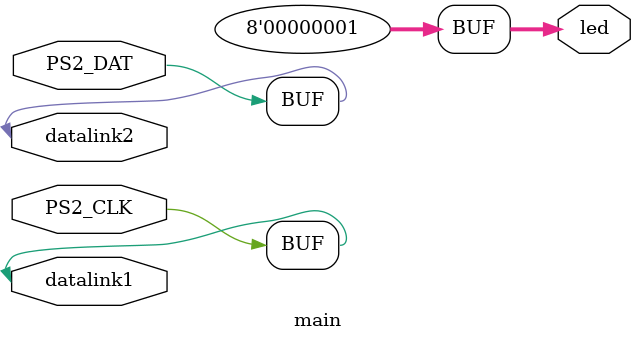
<source format=v>
`timescale 1ns / 1ps
module main(
			PS2_CLK,
			PS2_DAT,
			led,
			datalink1,
			datalink2
    );

output[7:0] led;
inout PS2_CLK,PS2_DAT;
inout datalink1,datalink2;

assign led[7:0]=8'h01;
assign datalink1=PS2_CLK;
assign datalink2=PS2_DAT;
endmodule

</source>
